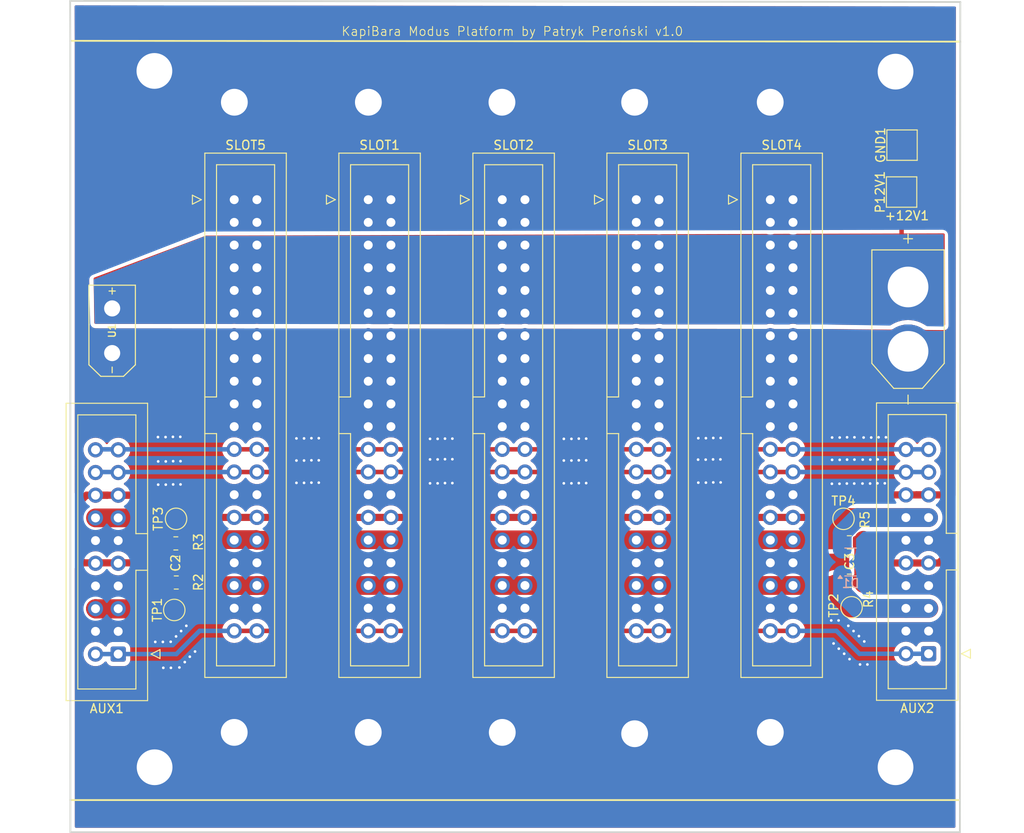
<source format=kicad_pcb>
(kicad_pcb (version 20240108) (generator "pcbnew") (generator_version "8.0")
  (layers (0 "F.Cu" signal) (31 "B.Cu" signal) (34 "B.Paste" user) (35 "F.Paste" user) (36 "B.SilkS" user "B.Silkscreen") (37 "F.SilkS" user "F.Silkscreen") (38 "B.Mask" user) (39 "F.Mask" user) (44 "Edge.Cuts" user))
  (net 0 "")
  (net 1 "GND")
  (net 2 "+12V")
  (net 3 "CAN_H")
  (net 4 "CAN_L")
  (net 5 "N_ERR")
  (net 6 "EN")
  (net 7 "RST")
  (net 8 "SPLIT")
  (footprint "Connector_IDC:IDC-Header_2x20_P2.54mm_Vertical" (layer "F.Cu") (at 123.61 81.18)
    (property "Reference" "SLOT1")
    (property "Value" "Conn_02x20_Counter_Clockwise")
  )
  (footprint "Connector_IDC:IDC-Header_2x20_P2.54mm_Vertical" (layer "F.Cu") (at 108.61 81.18)
    (property "Reference" "SLOT5")
    (property "Value" "Conn_02x20_Counter_Clockwise")
  )
  (footprint "Connector_IDC:IDC-Header_2x20_P2.54mm_Vertical" (layer "F.Cu") (at 153.61 81.18)
    (property "Reference" "SLOT3")
    (property "Value" "Conn_02x20_Counter_Clockwise")
  )
  (footprint "Resistor_SMD:R_0805_2012Metric_Pad1.20x1.40mm_HandSolder" (layer "F.Cu") (at 102.075 119.65)
    (property "Reference" "R3")
    (property "Value" "60")
  )
  (footprint "XT60-M:AMASS_XT60-M" (layer "F.Cu") (at 184.025 94.55 -90)
    (property "Reference" "+12V1")
    (property "Value" "XT60-M")
  )
  (footprint "Connector_IDC:IDC-Header_2x10_P2.54mm_Vertical" (layer "F.Cu") (at 186.325 132 180)
    (property "Reference" "AUX2")
    (property "Value" "Conn_02x10_Counter_Clockwise")
  )
  (footprint "Resistor_SMD:R_0805_2012Metric_Pad1.20x1.40mm_HandSolder" (layer "F.Cu") (at 102.125 124.025 180)
    (property "Reference" "R2")
    (property "Value" "60")
  )
  (footprint "Connector_IDC:IDC-Header_2x20_P2.54mm_Vertical" (layer "F.Cu") (at 168.61 81.18)
    (property "Reference" "SLOT4")
    (property "Value" "Conn_02x20_Counter_Clockwise")
  )
  (footprint "TestPoint:TestPoint_Pad_3.0x3.0mm" (layer "F.Cu") (at 183.3 80.325 90)
    (property "Reference" "P12V1")
    (property "Value" "TestPoint")
  )
  (footprint "TestPoint:TestPoint_Pad_D2.0mm" (layer "F.Cu") (at 177.7 126.8 90)
    (property "Reference" "TP2")
    (property "Value" "TestPoint")
  )
  (footprint "TestPoint:TestPoint_Pad_3.0x3.0mm" (layer "F.Cu") (at 183.35 75.075 90)
    (property "Reference" "GND1")
    (property "Value" "TestPoint")
  )
  (footprint "Capacitor_SMD:C_0805_2012Metric_Pad1.18x1.45mm_HandSolder" (layer "F.Cu") (at 102.05 121.85)
    (property "Reference" "C2")
    (property "Value" "4.7n")
  )
  (footprint "TestPoint:TestPoint_Pad_D2.0mm" (layer "F.Cu") (at 101.9 127.1)
    (property "Reference" "TP1")
    (property "Value" "TestPoint")
  )
  (footprint "Connector_IDC:IDC-Header_2x10_P2.54mm_Vertical" (layer "F.Cu") (at 95.625 132.035 180)
    (property "Reference" "AUX1")
    (property "Value" "Conn_02x10_Counter_Clockwise")
  )
  (footprint "Connector_IDC:IDC-Header_2x20_P2.54mm_Vertical" (layer "F.Cu") (at 138.61 81.18)
    (property "Reference" "SLOT2")
    (property "Value" "Conn_02x20_Counter_Clockwise")
  )
  (footprint "TestPoint:TestPoint_Pad_D2.0mm" (layer "F.Cu") (at 176.8 116.9)
    (property "Reference" "TP4")
    (property "Value" "TestPoint")
  )
  (footprint "Resistor_SMD:R_0805_2012Metric_Pad1.20x1.40mm_HandSolder" (layer "F.Cu") (at 177.45 123.825)
    (property "Reference" "R4")
    (property "Value" "60")
  )
  (footprint "XT30UPB-M:XT30UPB-M" (layer "F.Cu") (at 94.95 95.85 -90)
    (property "Reference" "U1")
    (property "Value" "XT30UPB-M")
  )
  (footprint "TestPoint:TestPoint_Pad_D2.0mm" (layer "F.Cu") (at 102.1 116.9 90)
    (property "Reference" "TP3")
    (property "Value" "TestPoint")
  )
  (footprint "Resistor_SMD:R_0805_2012Metric_Pad1.20x1.40mm_HandSolder" (layer "F.Cu") (at 177.45 119.525 180)
    (property "Reference" "R5")
    (property "Value" "60")
  )
  (footprint "Capacitor_SMD:C_0805_2012Metric_Pad1.18x1.45mm_HandSolder" (layer "F.Cu") (at 177.487499 121.675 180)
    (property "Reference" "C3")
    (property "Value" "4.7n")
  )
  (footprint "Package_TO_SOT_SMD:SOT-23" (layer "B.Cu") (at 177.5925 121.73)
    (property "Reference" "D1")
    (property "Value" "NUP2105L")
  )
  (gr_line (start 189.875 63.492561) (end 90.26851 63.4) (stroke (width 0.2)) (layer "F.SilkS"))
  (gr_line (start 90.25 148.375) (end 189.8 148.375) (stroke (width 0.2)) (layer "F.SilkS"))
  (gr_line (start 189.825 151.975) (end 189.86851 63.6) (stroke (width 0.2)) (layer "Edge.Cuts"))
  (gr_line (start 189.875 59.057438) (end 90.25 58.932438) (stroke (width 0.2)) (layer "Edge.Cuts"))
  (gr_line (start 90.26851 63.4) (end 90.275 151.975) (stroke (width 0.2)) (layer "Edge.Cuts"))
  (gr_line (start 90.275 151.975) (end 189.825 151.975) (stroke (width 0.2)) (layer "Edge.Cuts"))
  (gr_line (start 189.86851 63.6) (end 189.875 59.057438) (stroke (width 0.2)) (layer "Edge.Cuts"))
  (gr_line (start 90.25 58.932438) (end 90.26851 63.4) (stroke (width 0.2)) (layer "Edge.Cuts"))
  (gr_text "KapiBara Modus Platform by Patryk Peroński v1.0" (at 120.55 62.925 0) (layer "F.SilkS") (effects (font (size 1 1) (thickness 0.1)) (justify left bottom)))
  (via (at 133.025 107.925) (size 0.6) (drill 0.3) (layers "F.Cu" "B.Cu") (net 1))
  (via (at 116.425 112.875) (size 0.6) (drill 0.3) (layers "F.Cu" "B.Cu") (net 1))
  (via (at 178.025 110.275) (size 0.6) (drill 0.3) (layers "F.Cu" "B.Cu") (net 1))
  (via (at 131.375 107.95) (size 0.6) (drill 0.3) (layers "F.Cu" "B.Cu") (net 1))
  (via (at 100.1 110.475) (size 0.6) (drill 0.3) (layers "F.Cu" "B.Cu") (net 1))
  (via (at 178.025 107.775) (size 0.6) (drill 0.3) (layers "F.Cu" "B.Cu") (net 1))
  (via (at 179.775 112.95) (size 0.6) (drill 0.3) (layers "F.Cu" "B.Cu") (net 1))
  (via (at 162.2 110.25) (size 0.6) (drill 0.3) (layers "F.Cu" "B.Cu") (net 1))
  (via (at 148 107.925) (size 0.6) (drill 0.3) (layers "F.Cu" "B.Cu") (net 1))
  (via (at 175.689555 130.849912) (size 0.6) (drill 0.3) (layers "F.Cu" "B.Cu") (net 1))
  (via (at 148 112.9) (size 0.6) (drill 0.3) (layers "F.Cu" "B.Cu") (net 1))
  (via (at 176.873959 131.998959) (size 0.6) (drill 0.3) (layers "F.Cu" "B.Cu") (net 1))
  (via (at 177.475 132.6) (size 0.6) (drill 0.3) (layers "F.Cu" "B.Cu") (net 1))
  (via (at 176.272917 131.433274) (size 0.6) (drill 0.3) (layers "F.Cu" "B.Cu") (net 1))
  (via (at 132.2 112.9) (size 0.6) (drill 0.3) (layers "F.Cu" "B.Cu") (net 1))
  (via (at 163.025 110.25) (size 0.6) (drill 0.3) (layers "F.Cu" "B.Cu") (net 1))
  (via (at 118.075 112.85) (size 0.6) (drill 0.3) (layers "F.Cu" "B.Cu") (net 1))
  (via (at 181.45 110.25) (size 0.6) (drill 0.3) (layers "F.Cu" "B.Cu") (net 1))
  (via (at 180.625 110.25) (size 0.6) (drill 0.3) (layers "F.Cu" "B.Cu") (net 1))
  (via (at 178.650002 133.2) (size 0.6) (drill 0.3) (layers "F.Cu" "B.Cu") (net 1))
  (via (at 116.425 107.9) (size 0.6) (drill 0.3) (layers "F.Cu" "B.Cu") (net 1))
  (via (at 175.5 112.975) (size 0.6) (drill 0.3) (layers "F.Cu" "B.Cu") (net 1))
  (via (at 177.175 112.95) (size 0.6) (drill 0.3) (layers "F.Cu" "B.Cu") (net 1))
  (via (at 115.575 112.875) (size 0.6) (drill 0.3) (layers "F.Cu" "B.Cu") (net 1))
  (via (at 100.925 107.75) (size 0.6) (drill 0.3) (layers "F.Cu" "B.Cu") (net 1))
  (via (at 178.523959 130.023959) (size 0.6) (drill 0.3) (layers "F.Cu" "B.Cu") (net 1))
  (via (at 146.35 112.925) (size 0.6) (drill 0.3) (layers "F.Cu" "B.Cu") (net 1))
  (via (at 123.61 140.8) (size 5) (drill 3) (layers "F.Cu" "B.Cu") (net 1))
  (via (at 178.95 110.275) (size 0.6) (drill 0.3) (layers "F.Cu" "B.Cu") (net 1))
  (via (at 117.25 110.35) (size 0.6) (drill 0.3) (layers "F.Cu" "B.Cu") (net 1))
  (via (at 130.525 107.95) (size 0.6) (drill 0.3) (layers "F.Cu" "B.Cu") (net 1))
  (via (at 102.6 113.05) (size 0.6) (drill 0.3) (layers "F.Cu" "B.Cu") (net 1))
  (via (at 179.125 130.625) (size 0.6) (drill 0.3) (layers "F.Cu" "B.Cu") (net 1))
  (via (at 101.775 113.05) (size 0.6) (drill 0.3) (layers "F.Cu" "B.Cu") (net 1))
  (via (at 100.625 130.675) (size 0.6) (drill 0.3) (layers "F.Cu" "B.Cu") (net 1))
  (via (at 175.425002 128.275) (size 0.6) (drill 0.3) (layers "F.Cu" "B.Cu") (net 1))
  (via (at 175.525 110.3) (size 0.6) (drill 0.3) (layers "F.Cu" "B.Cu") (net 1))
  (via (at 160.55 112.85) (size 0.6) (drill 0.3) (layers "F.Cu" "B.Cu") (net 1))
  (via (at 153.425 140.95) (size 5) (drill 3) (layers "F.Cu" "B.Cu") (net 1))
  (via (at 115.575 107.9) (size 0.6) (drill 0.3) (layers "F.Cu" "B.Cu") (net 1))
  (via (at 162.225 112.825) (size 0.6) (drill 0.3) (layers "F.Cu" "B.Cu") (net 1))
  (via (at 100.675 133.575) (size 0.6) (drill 0.3) (layers "F.Cu" "B.Cu") (net 1))
  (via (at 180.725 107.775) (size 0.6) (drill 0.3) (layers "F.Cu" "B.Cu") (net 1))
  (via (at 163.05 107.85) (size 0.6) (drill 0.3) (layers "F.Cu" "B.Cu") (net 1))
  (via (at 102.474911 133.535445) (size 0.6) (drill 0.3) (layers "F.Cu" "B.Cu") (net 1))
  (via (at 177.922917 129.458274) (size 0.6) (drill 0.3) (layers "F.Cu" "B.Cu") (net 1))
  (via (at 130.525 110.25) (size 0.6) (drill 0.3) (layers "F.Cu" "B.Cu") (net 1))
  (via (at 118.075 110.35) (size 0.6) (drill 0.3) (layers "F.Cu" "B.Cu") (net 1))
  (via (at 181.425 112.925) (size 0.6) (drill 0.3) (layers "F.Cu" "B.Cu") (net 1))
  (via (at 101.499911 130.660445) (size 0.6) (drill 0.3) (layers "F.Cu" "B.Cu") (net 1))
  (via (at 100.95 113.075) (size 0.6) (drill 0.3) (layers "F.Cu" "B.Cu") (net 1))
  (via (at 146.35 110.375) (size 0.6) (drill 0.3) (layers "F.Cu" "B.Cu") (net 1))
  (via (at 117.25 107.875) (size 0.6) (drill 0.3) (layers "F.Cu" "B.Cu") (net 1))
  (via (at 145.5 110.375) (size 0.6) (drill 0.3) (layers "F.Cu" "B.Cu") (net 1))
  (via (at 102.575 107.725) (size 0.6) (drill 0.3) (layers "F.Cu" "B.Cu") (net 1))
  (via (at 179.8 110.275) (size 0.6) (drill 0.3) (layers "F.Cu" "B.Cu") (net 1))
  (via (at 177.2 110.275) (size 0.6) (drill 0.3) (layers "F.Cu" "B.Cu") (net 1))
  (via (at 179.9 107.8) (size 0.6) (drill 0.3) (layers "F.Cu" "B.Cu") (net 1))
  (via (at 161.4 107.875) (size 0.6) (drill 0.3) (layers "F.Cu" "B.Cu") (net 1))
  (via (at 178.925 112.95) (size 0.6) (drill 0.3) (layers "F.Cu" "B.Cu") (net 1))
  (via (at 104.225 131.75) (size 0.6) (drill 0.3) (layers "F.Cu" "B.Cu") (net 1))
  (via (at 133.025 112.9) (size 0.6) (drill 0.3) (layers "F.Cu" "B.Cu") (net 1))
  (via (at 101.75 107.725) (size 0.6) (drill 0.3) (layers "F.Cu" "B.Cu") (net 1))
  (via (at 133.025 110.225) (size 0.6) (drill 0.3) (layers "F.Cu" "B.Cu") (net 1))
  (via (at 182.625 66.85) (size 6) (drill 4) (layers "F.Cu" "B.Cu") (net 1))
  (via (at 147.175 112.9) (size 0.6) (drill 0.3) (layers "F.Cu" "B.Cu") (net 1))
  (via (at 145.5 112.925) (size 0.6) (drill 0.3) (layers "F.Cu" "B.Cu") (net 1))
  (via (at 132.2 107.925) (size 0.6) (drill 0.3) (layers "F.Cu" "B.Cu") (net 1))
  (via (at 161.375 110.275) (size 0.6) (drill 0.3) (layers "F.Cu" "B.Cu") (net 1))
  (via (at 176.375 107.8) (size 0.6) (drill 0.3) (layers "F.Cu" "B.Cu") (net 1))
  (via (at 153.425 70.275) (size 5) (drill 3) (layers "F.Cu" "B.Cu") (net 1))
  (via (at 175.525 107.8) (size 0.6) (drill 0.3) (layers "F.Cu" "B.Cu") (net 1))
  (via (at 177.339555 128.874912) (size 0.6) (drill 0.3) (layers "F.Cu" "B.Cu") (net 1))
  (via (at 118.075 107.875) (size 0.6) (drill 0.3) (layers "F.Cu" "B.Cu") (net 1))
  (via (at 132.2 110.225) (size 0.6) (drill 0.3) (layers "F.Cu" "B.Cu") (net 1))
  (via (at 108.61 140.8) (size 5) (drill 3) (layers "F.Cu" "B.Cu") (net 1))
  (via (at 148 110.35) (size 0.6) (drill 0.3) (layers "F.Cu" "B.Cu") (net 1))
  (via (at 147.175 110.35) (size 0.6) (drill 0.3) (layers "F.Cu" "B.Cu") (net 1))
  (via (at 131.375 110.25) (size 0.6) (drill 0.3) (layers "F.Cu" "B.Cu") (net 1))
  (via (at 146.35 107.95) (size 0.6) (drill 0.3) (layers "F.Cu" "B.Cu") (net 1))
  (via (at 162.225 107.85) (size 0.6) (drill 0.3) (layers "F.Cu" "B.Cu") (net 1))
  (via (at 179.05 107.8) (size 0.6) (drill 0.3) (layers "F.Cu" "B.Cu") (net 1))
  (via (at 102.666637 129.458363) (size 0.6) (drill 0.3) (layers "F.Cu" "B.Cu") (net 1))
  (via (at 178 112.95) (size 0.6) (drill 0.3) (layers "F.Cu" "B.Cu") (net 1))
  (via (at 138.61 140.8) (size 5) (drill 3) (layers "F.Cu" "B.Cu") (net 1))
  (via (at 102.6 110.45) (size 0.6) (drill 0.3) (layers "F.Cu" "B.Cu") (net 1))
  (via (at 102.100952 130.059404) (size 0.6) (drill 0.3) (layers "F.Cu" "B.Cu") (net 1))
  (via (at 117.25 112.85) (size 0.6) (drill 0.3) (layers "F.Cu" "B.Cu") (net 1))
  (via (at 147.175 107.925) (size 0.6) (drill 0.3) (layers "F.Cu" "B.Cu") (net 1))
  (via (at 108.625 70.275) (size 5) (drill 3) (layers "F.Cu" "B.Cu") (net 1))
  (via (at 145.5 107.95) (size 0.6) (drill 0.3) (layers "F.Cu" "B.Cu") (net 1))
  (via (at 160.55 107.875) (size 0.6) (drill 0.3) (layers "F.Cu" "B.Cu") (net 1))
  (via (at 101.525 133.575) (size 0.6) (drill 0.3) (layers "F.Cu" "B.Cu") (net 1))
  (via (at 99.677051 66.771) (size 6) (drill 4) (layers "F.Cu" "B.Cu") (net 1))
  (via (at 115.575 110.375) (size 0.6) (drill 0.3) (layers "F.Cu" "B.Cu") (net 1))
  (via (at 163.05 112.825) (size 0.6) (drill 0.3) (layers "F.Cu" "B.Cu") (net 1))
  (via (at 168.6 70.275) (size 5) (drill 3) (layers "F.Cu" "B.Cu") (net 1))
  (via (at 179.475 133.2) (size 0.6) (drill 0.3) (layers "F.Cu" "B.Cu") (net 1))
  (via (at 168.61 140.8) (size 5) (drill 3) (layers "F.Cu" "B.Cu") (net 1))
  (via (at 100.075 107.75) (size 0.6) (drill 0.3) (layers "F.Cu" "B.Cu") (net 1))
  (via (at 100.95 110.475) (size 0.6) (drill 0.3) (layers "F.Cu" "B.Cu") (net 1))
  (via (at 177.2 107.775) (size 0.6) (drill 0.3) (layers "F.Cu" "B.Cu") (net 1))
  (via (at 138.575 70.275) (size 5) (drill 3) (layers "F.Cu" "B.Cu") (net 1))
  (via (at 176.35 112.975) (size 0.6) (drill 0.3) (layers "F.Cu" "B.Cu") (net 1))
  (via (at 130.525 112.925) (size 0.6) (drill 0.3) (layers "F.Cu" "B.Cu") (net 1))
  (via (at 103.25 128.875) (size 0.6) (drill 0.3) (layers "F.Cu" "B.Cu") (net 1))
  (via (at 100.1 113.075) (size 0.6) (drill 0.3) (layers "F.Cu" "B.Cu") (net 1))
  (via (at 116.425 110.375) (size 0.6) (drill 0.3) (layers "F.Cu" "B.Cu") (net 1))
  (via (at 103.075952 132.934404) (size 0.6) (drill 0.3) (layers "F.Cu" "B.Cu") (net 1))
  (via (at 181.55 107.775) (size 0.6) (drill 0.3) (layers "F.Cu" "B.Cu") (net 1))
  (via (at 161.4 112.85) (size 0.6) (drill 0.3) (layers "F.Cu" "B.Cu") (net 1))
  (via (at 99.7 144.703288) (size 6) (drill 4) (layers "F.Cu" "B.Cu") (net 1))
  (via (at 131.375 112.925) (size 0.6) (drill 0.3) (layers "F.Cu" "B.Cu") (net 1))
  (via (at 182.625 144.703288) (size 6) (drill 4) (layers "F.Cu" "B.Cu") (net 1))
  (via (at 101.775 110.45) (size 0.6) (drill 0.3) (layers "F.Cu" "B.Cu") (net 1))
  (via (at 160.525 110.275) (size 0.6) (drill 0.3) (layers "F.Cu" "B.Cu") (net 1))
  (via (at 103.641637 132.333363) (size 0.6) (drill 0.3) (layers "F.Cu" "B.Cu") (net 1))
  (via (at 180.6 112.925) (size 0.6) (drill 0.3) (layers "F.Cu" "B.Cu") (net 1))
  (via (at 176.375 110.3) (size 0.6) (drill 0.3) (layers "F.Cu" "B.Cu") (net 1))
  (via (at 123.625 70.275) (size 5) (drill 3) (layers "F.Cu" "B.Cu") (net 1))
  (via (at 99.775 130.675) (size 0.6) (drill 0.3) (layers "F.Cu" "B.Cu") (net 1))
  (via (at 176.25 128.275) (size 0.6) (drill 0.3) (layers "F.Cu" "B.Cu") (net 1))
  (segment (start 183.3 80.325) (end 183.3 86.2) (width 0.5) (layer "F.Cu") (net 2))
  (segment (start 177.525 126.925) (end 186.359997 126.925) (width 2.1) (layer "F.Cu") (net 3))
  (segment (start 103.625 125.805002) (end 103.625 124.4) (width 2.1) (layer "F.Cu") (net 3))
  (segment (start 111.15 124.36) (end 175.727499 124.36) (width 2.1) (layer "F.Cu") (net 3))
  (segment (start 93.084999 126.954999) (end 93.125 126.995) (width 2.1) (layer "F.Cu") (net 3))
  (segment (start 104.15 124.4) (end 104.175 124.375) (width 2.1) (layer "F.Cu") (net 3))
  (segment (start 102.480002 126.95) (end 93.089998 126.95) (width 2.1) (layer "F.Cu") (net 3))
  (segment (start 103.600001 125.830001) (end 103.625 125.805002) (width 0.2) (layer "F.Cu") (net 3))
  (segment (start 111.135 124.375) (end 111.15 124.36) (width 0.2) (layer "F.Cu") (net 3))
  (segment (start 93.089998 126.95) (end 93.084999 126.954999) (width 2.1) (layer "F.Cu") (net 3))
  (segment (start 103.600001 125.830001) (end 102.480002 126.95) (width 2.1) (layer "F.Cu") (net 3))
  (segment (start 175.947497 125.347497) (end 177.525 126.925) (width 2.1) (layer "F.Cu") (net 3))
  (segment (start 93.125 126.995) (end 97.399999 126.995) (width 2.1) (layer "F.Cu") (net 3))
  (segment (start 175.947497 124.434998) (end 175.947497 125.347497) (width 2.1) (layer "F.Cu") (net 3))
  (segment (start 175.727499 124.36) (end 175.912499 124.175) (width 2.1) (layer "F.Cu") (net 3))
  (segment (start 104.175 124.375) (end 111.135 124.375) (width 2.1) (layer "F.Cu") (net 3))
  (segment (start 183.784999 126.919999) (end 178.369999 126.919999) (width 2.1) (layer "B.Cu") (net 3))
  (segment (start 186.324999 126.919999) (end 183.784999 126.919999) (width 2.1) (layer "B.Cu") (net 3))
  (segment (start 176.685 125.235) (end 176.685 123.155) (width 2.1) (layer "B.Cu") (net 3))
  (segment (start 178.369999 126.919999) (end 176.685 125.235) (width 2.1) (layer "B.Cu") (net 3))
  (segment (start 103.6 118.775) (end 101.62 116.795) (width 2.1) (layer "F.Cu") (net 4))
  (segment (start 112.8 119.275) (end 112.825 119.25) (width 2.1) (layer "F.Cu") (net 4))
  (segment (start 176.2 119.25) (end 176.225 119.275) (width 2.1) (layer "F.Cu") (net 4))
  (segment (start 103.6 119.225) (end 103.6 118.775) (width 2.1) (layer "F.Cu") (net 4))
  (segment (start 111.13 119.3) (end 111.15 119.28) (width 0.2) (layer "F.Cu") (net 4))
  (segment (start 112.775 119.3) (end 112.8 119.275) (width 0.2) (layer "F.Cu") (net 4))
  (segment (start 175.912499 119.25) (end 175.912499 118.337501) (width 2.1) (layer "F.Cu") (net 4))
  (segment (start 111.055 119.225) (end 111.13 119.3) (width 2.1) (layer "F.Cu") (net 4))
  (segment (start 111.13 119.3) (end 112.775 119.3) (width 2.1) (layer "F.Cu") (net 4))
  (segment (start 103.6 119.225) (end 111.055 119.225) (width 2.1) (layer "F.Cu") (net 4))
  (segment (start 177.490002 116.759998) (end 186.324999 116.759998) (width 2.1) (layer "F.Cu") (net 4))
  (segment (start 112.825 119.25) (end 176.2 119.25) (width 2.1) (layer "F.Cu") (net 4))
  (segment (start 175.912499 118.337501) (end 177.490002 116.759998) (width 2.1) (layer "F.Cu") (net 4))
  (segment (start 101.62 116.795) (end 93.085 116.795) (width 2.1) (layer "F.Cu") (net 4))
  (segment (start 183.785002 116.759998) (end 183.78 116.765) (width 0.2) (layer "B.Cu") (net 4))
  (segment (start 176.655 118.48) (end 176.655 120.295) (width 2.1) (layer "B.Cu") (net 4))
  (segment (start 186.324999 116.759998) (end 183.785002 116.759998) (width 2.1) (layer "B.Cu") (net 4))
  (segment (start 183.78 116.765) (end 178.37 116.765) (width 2.1) (layer "B.Cu") (net 4))
  (segment (start 178.37 116.765) (end 176.655 118.48) (width 2.1) (layer "B.Cu") (net 4))
  (segment (start 183.785002 116.759998) (end 183.785 116.76) (width 0.2) (layer "B.Cu") (net 4))
  (segment (start 108.61 129.44) (end 156.15 129.44) (width 0.5) (layer "F.Cu") (net 5))
  (segment (start 156.15 129.44) (end 171.15 129.44) (width 0.5) (layer "F.Cu") (net 5))
  (segment (start 178.625 132) (end 186.325 132) (width 0.5) (layer "B.Cu") (net 5))
  (segment (start 171.15 129.44) (end 176.015 129.44) (width 0.5) (layer "B.Cu") (net 5))
  (segment (start 104.735 129.44) (end 102.14 132.035) (width 0.5) (layer "B.Cu") (net 5))
  (segment (start 178.6 132.025) (end 178.625 132) (width 0.2) (layer "B.Cu") (net 5))
  (segment (start 176.015 129.44) (end 178.6 132.025) (width 0.5) (layer "B.Cu") (net 5))
  (segment (start 102.14 132.035) (end 95.625 132.035) (width 0.5) (layer "B.Cu") (net 5))
  (segment (start 108.61 129.44) (end 104.735 129.44) (width 0.5) (layer "B.Cu") (net 5))
  (segment (start 95.625 132.035) (end 93.085 132.035) (width 0.5) (layer "B.Cu") (net 5))
  (segment (start 171.15 111.35) (end 171.15 111.66) (width 0.2) (layer "F.Cu") (net 6))
  (segment (start 171.15 111.66) (end 108.61 111.66) (width 0.5) (layer "F.Cu") (net 6))
  (segment (start 186.305 111.66) (end 186.325001 111.680001) (width 0.2) (layer "B.Cu") (net 6))
  (segment (start 93.140001 111.66) (end 93.085002 111.714999) (width 0.2) (layer "B.Cu") (net 6))
  (segment (start 108.61 111.66) (end 93.140001 111.66) (width 0.5) (layer "B.Cu") (net 6))
  (segment (start 108.11 111.66) (end 108.015 111.755) (width 0.2) (layer "B.Cu") (net 6))
  (segment (start 171.12 111.66) (end 186.275 111.66) (width 0.5) (layer "B.Cu") (net 6))
  (segment (start 108.61 111.66) (end 108.11 111.66) (width 0.2) (layer "B.Cu") (net 6))
  (segment (start 171.15 109.5) (end 171.15 109.12) (width 0.2) (layer "F.Cu") (net 7))
  (segment (start 108.61 109.12) (end 171.15 109.12) (width 0.5) (layer "F.Cu") (net 7))
  (segment (start 186.305 109.12) (end 186.325 109.14) (width 0.2) (layer "B.Cu") (net 7))
  (segment (start 93.140002 109.12) (end 93.085002 109.175) (width 0.2) (layer "B.Cu") (net 7))
  (segment (start 108.61 109.12) (end 93.140002 109.12) (width 0.5) (layer "B.Cu") (net 7))
  (segment (start 171.12 109.12) (end 186.275 109.12) (width 0.5) (layer "B.Cu") (net 7))
  (segment (start 105.815 116.74) (end 141.15 116.74) (width 0.8) (layer "F.Cu") (net 8))
  (segment (start 187.485 121.84) (end 186.325 121.84) (width 0.8) (layer "F.Cu") (net 8))
  (segment (start 184.95 114.22) (end 187.795 114.22) (width 0.8) (layer "F.Cu") (net 8))
  (segment (start 188.275 114.7) (end 188.275 121.05) (width 0.8) (layer "F.Cu") (net 8))
  (segment (start 91.275 115.05) (end 91.275 121.375) (width 0.8) (layer "F.Cu") (net 8))
  (segment (start 100.4875 119.2375) (end 100.4875 121.825) (width 2) (layer "F.Cu") (net 8))
  (segment (start 92.069999 114.255001) (end 91.275 115.05) (width 0.8) (layer "F.Cu") (net 8))
  (segment (start 93.084999 114.255001) (end 94.4 114.255001) (width 0.8) (layer "F.Cu") (net 8))
  (segment (start 100.5 119.225) (end 100.4875 119.2375) (width 2) (layer "F.Cu") (net 8))
  (segment (start 184.95 114.22) (end 186.325001 114.22) (width 0.8) (layer "F.Cu") (net 8))
  (segment (start 187.795 114.22) (end 188.275 114.7) (width 0.8) (layer "F.Cu") (net 8))
  (segment (start 179.012499 121.95) (end 179.012499 124.175) (width 2) (layer "F.Cu") (net 8))
  (segment (start 172.96 116.74) (end 175.48 114.22) (width 0.8) (layer "F.Cu") (net 8))
  (segment (start 179.012499 119.25) (end 179.012499 121.95) (width 2) (layer "F.Cu") (net 8))
  (segment (start 103.330001 114.255001) (end 105.815 116.74) (width 0.8) (layer "F.Cu") (net 8))
  (segment (start 94.4 114.255001) (end 92.069999 114.255001) (width 0.8) (layer "F.Cu") (net 8))
  (segment (start 94.4 114.255001) (end 95.625 114.255001) (width 0.8) (layer "F.Cu") (net 8))
  (segment (start 141.15 116.74) (end 171.15 116.74) (width 0.8) (layer "F.Cu") (net 8))
  (segment (start 100.4875 121.825) (end 100.4875 124.3625) (width 2) (layer "F.Cu") (net 8))
  (segment (start 91.725 121.825) (end 100.4875 121.825) (width 0.8) (layer "F.Cu") (net 8))
  (segment (start 171.15 116.74) (end 172.96 116.74) (width 0.8) (layer "F.Cu") (net 8))
  (segment (start 95.625 114.255001) (end 103.330001 114.255001) (width 0.8) (layer "F.Cu") (net 8))
  (segment (start 95.625001 114.255) (end 98.545 114.255) (width 0.8) (layer "F.Cu") (net 8))
  (segment (start 100.4875 124.3625) (end 100.525 124.4) (width 2) (layer "F.Cu") (net 8))
  (segment (start 179.122499 121.84) (end 179.012499 121.95) (width 0.2) (layer "F.Cu") (net 8))
  (segment (start 186.325 121.84) (end 179.122499 121.84) (width 0.8) (layer "F.Cu") (net 8))
  (segment (start 91.275 121.375) (end 91.725 121.825) (width 0.8) (layer "F.Cu") (net 8))
  (segment (start 95.625 114.255001) (end 95.625001 114.255) (width 0.2) (layer "F.Cu") (net 8))
  (segment (start 175.48 114.22) (end 184.95 114.22) (width 0.8) (layer "F.Cu") (net 8))
  (segment (start 188.275 121.05) (end 187.485 121.84) (width 0.8) (layer "F.Cu") (net 8))
  (zone (net 2) (net_name "+12V") (layer "F.Cu") (priority 5) (connect_pads yes (clearance 0.5)) (min_thickness 0.25) (fill yes (thermal_gap 0.5) (thermal_bridge_width 0.5))
    (polygon (pts (xy 188.125 84.95) (xy 105.45 85.2) (xy 92.875 89.925) (xy 92.95 95.075) (xy 174.9 95.15) (xy 188.175 95.275)))
  )
  (zone (net 1) (net_name "GND") (layers "F&B.Cu") (connect_pads yes (clearance 0.5)) (min_thickness 0.25) (fill yes (thermal_gap 0.5) (thermal_bridge_width 0.5))
    (polygon (pts (xy 92.128245 58.9625) (xy 189.875 59.057438) (xy 189.825 151.975) (xy 92.003245 151.9875) (xy 90.275 151.975) (xy 90.25 58.932438)))
  )
  (zone (net 2) (net_name "+12V") (layer "B.Cu") (priority 5) (connect_pads yes (clearance 0.5)) (min_thickness 0.25) (fill yes (thermal_gap 0.5) (thermal_bridge_width 0.5))
    (polygon (pts (xy 188 85.05) (xy 105.375 85.25) (xy 92.875 90.1) (xy 93 95.075) (xy 174.9 95.15) (xy 188.05 95.375)))
  )
)
</source>
